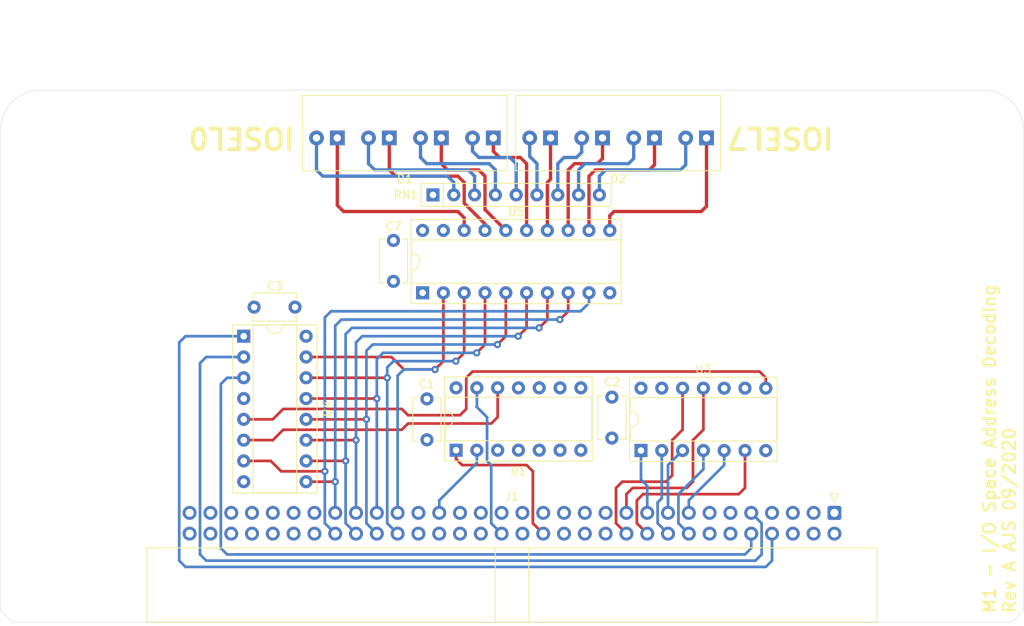
<source format=kicad_pcb>
(kicad_pcb (version 20171130) (host pcbnew 5.1.6-c6e7f7d~87~ubuntu18.04.1)
  (layers (0 F.Cu signal) (1 In1.Cu signal) (2 In2.Cu signal) (31 B.Cu signal) (36 B.SilkS user) (37 F.SilkS user) (38 B.Mask user) (39 F.Mask user) (44 Edge.Cuts user))
  (net 0 "")
  (net 1 +5V)
  (net 2 GND)
  (net 3 "Net-(D1-Pad1)")
  (net 4 "Net-(D1-Pad2)")
  (net 5 "Net-(D2-Pad1)")
  (net 6 "Net-(D2-Pad2)")
  (net 7 /A1)
  (net 8 /A3)
  (net 9 /A5)
  (net 10 /A7)
  (net 11 /A9)
  (net 12 /A11)
  (net 13 /A13)
  (net 14 /A15)
  (net 15 /nPCOE)
  (net 16 "Net-(J1-Pad31)")
  (net 17 "Net-(J1-Pad35)")
  (net 18 /A2)
  (net 19 /A4)
  (net 20 /A6)
  (net 21 /A8)
  (net 22 /A10)
  (net 23 /A12)
  (net 24 /A14)
  (net 25 "Net-(J1-Pad36)")
  (net 26 /nIOSEL7)
  (net 27 /A0)
  (net 28 "Net-(D1-Pad4)")
  (net 29 "Net-(D1-Pad3)")
  (net 30 "Net-(D1-Pad5)")
  (net 31 "Net-(D1-Pad6)")
  (net 32 "Net-(D1-Pad7)")
  (net 33 "Net-(D1-Pad8)")
  (net 34 "Net-(D2-Pad8)")
  (net 35 "Net-(D2-Pad7)")
  (net 36 "Net-(D2-Pad6)")
  (net 37 "Net-(D2-Pad5)")
  (net 38 "Net-(D2-Pad3)")
  (net 39 "Net-(D2-Pad4)")
  (net 40 /nADROE)
  (net 41 /nIOSEL1)
  (net 42 /nIOSEL3)
  (net 43 /nIOSEL5)
  (net 44 "Net-(J1-Pad55)")
  (net 45 "Net-(J1-Pad57)")
  (net 46 "Net-(J1-Pad59)")
  (net 47 "Net-(J1-Pad61)")
  (net 48 "Net-(J1-Pad32)")
  (net 49 "Net-(J1-Pad38)")
  (net 50 /nIOSEL0)
  (net 51 /nIOSEL2)
  (net 52 /nIOSEL4)
  (net 53 /nIOSEL6)
  (net 54 "Net-(J1-Pad56)")
  (net 55 "Net-(J1-Pad58)")
  (net 56 "Net-(J1-Pad60)")
  (net 57 "Net-(J1-Pad62)")
  (net 58 "Net-(U1-Pad6)")
  (net 59 /E1)
  (net 60 "Net-(U1-Pad8)")
  (net 61 /E2)
  (net 62 "Net-(J1-Pad40)")
  (net 63 /nMEN)
  (net 64 "Net-(J1-Pad29)")
  (net 65 "Net-(J1-Pad33)")
  (net 66 "Net-(J1-Pad37)")
  (module Package_DIP:DIP-16_W7.62mm_Socket (layer F.Cu) (at 119.761 113.919)
    (fp_text reference U4 (at 10.16 8.89 270) (layer F.SilkS))
    (fp_text value 74HC138)
    (fp_line (start 8.95 -1.39) (end -1.33 -1.39) (layer F.SilkS) (width 0.12))
    (fp_line (start 8.95 19.17) (end 8.95 -1.39) (layer F.SilkS) (width 0.12))
    (fp_line (start -1.33 19.17) (end 8.95 19.17) (layer F.SilkS) (width 0.12))
    (fp_line (start -1.33 -1.39) (end -1.33 19.17) (layer F.SilkS) (width 0.12))
    (fp_line (start 6.46 -1.33) (end 4.81 -1.33) (layer F.SilkS) (width 0.12))
    (fp_line (start 6.46 19.11) (end 6.46 -1.33) (layer F.SilkS) (width 0.12))
    (fp_line (start 1.16 19.11) (end 6.46 19.11) (layer F.SilkS) (width 0.12))
    (fp_line (start 1.16 -1.33) (end 1.16 19.11) (layer F.SilkS) (width 0.12))
    (fp_line (start 2.81 -1.33) (end 1.16 -1.33) (layer F.SilkS) (width 0.12))
    (fp_arc (start 3.81 -1.33) (end 2.81 -1.33) (angle -180) (layer F.SilkS) (width 0.12))
    (pad 1 thru_hole rect (at 0 0) (size 1.6 1.6) (drill 0.8) (layers *.Cu *.Mask) (net 9 /A5))
    (pad 9 thru_hole oval (at 7.62 17.78) (size 1.6 1.6) (drill 0.8) (layers *.Cu *.Mask) (net 53 /nIOSEL6))
    (pad 2 thru_hole oval (at 0 2.54) (size 1.6 1.6) (drill 0.8) (layers *.Cu *.Mask) (net 20 /A6))
    (pad 10 thru_hole oval (at 7.62 15.24) (size 1.6 1.6) (drill 0.8) (layers *.Cu *.Mask) (net 43 /nIOSEL5))
    (pad 3 thru_hole oval (at 0 5.08) (size 1.6 1.6) (drill 0.8) (layers *.Cu *.Mask) (net 10 /A7))
    (pad 11 thru_hole oval (at 7.62 12.7) (size 1.6 1.6) (drill 0.8) (layers *.Cu *.Mask) (net 52 /nIOSEL4))
    (pad 4 thru_hole oval (at 0 7.62) (size 1.6 1.6) (drill 0.8) (layers *.Cu *.Mask) (net 2 GND))
    (pad 12 thru_hole oval (at 7.62 10.16) (size 1.6 1.6) (drill 0.8) (layers *.Cu *.Mask) (net 42 /nIOSEL3))
    (pad 5 thru_hole oval (at 0 10.16) (size 1.6 1.6) (drill 0.8) (layers *.Cu *.Mask) (net 61 /E2))
    (pad 13 thru_hole oval (at 7.62 7.62) (size 1.6 1.6) (drill 0.8) (layers *.Cu *.Mask) (net 51 /nIOSEL2))
    (pad 6 thru_hole oval (at 0 12.7) (size 1.6 1.6) (drill 0.8) (layers *.Cu *.Mask) (net 59 /E1))
    (pad 14 thru_hole oval (at 7.62 5.08) (size 1.6 1.6) (drill 0.8) (layers *.Cu *.Mask) (net 41 /nIOSEL1))
    (pad 7 thru_hole oval (at 0 15.24) (size 1.6 1.6) (drill 0.8) (layers *.Cu *.Mask) (net 26 /nIOSEL7))
    (pad 15 thru_hole oval (at 7.62 2.54) (size 1.6 1.6) (drill 0.8) (layers *.Cu *.Mask) (net 50 /nIOSEL0))
    (pad 8 thru_hole oval (at 0 17.78) (size 1.6 1.6) (drill 0.8) (layers *.Cu *.Mask) (net 2 GND))
    (pad 16 thru_hole oval (at 7.62 0) (size 1.6 1.6) (drill 0.8) (layers *.Cu *.Mask) (net 1 +5V))
  )
  (module Resistor_THT:R_Array_SIP9 (layer F.Cu) (at 142.875 96.647)
    (fp_text reference RN1 (at -3.302 0) (layer F.SilkS))
    (fp_text value 470)
    (fp_line (start 1.27 -1.4) (end 1.27 1.4) (layer F.SilkS) (width 0.12))
    (fp_line (start 21.76 -1.4) (end -1.44 -1.4) (layer F.SilkS) (width 0.12))
    (fp_line (start 21.76 1.4) (end 21.76 -1.4) (layer F.SilkS) (width 0.12))
    (fp_line (start -1.44 1.4) (end 21.76 1.4) (layer F.SilkS) (width 0.12))
    (fp_line (start -1.44 -1.4) (end -1.44 1.4) (layer F.SilkS) (width 0.12))
    (pad 1 thru_hole rect (at 0 0) (size 1.6 1.6) (drill 0.8) (layers *.Cu *.Mask) (net 2 GND))
    (pad 2 thru_hole oval (at 2.54 0) (size 1.6 1.6) (drill 0.8) (layers *.Cu *.Mask) (net 33 "Net-(D1-Pad8)"))
    (pad 3 thru_hole oval (at 5.08 0) (size 1.6 1.6) (drill 0.8) (layers *.Cu *.Mask) (net 31 "Net-(D1-Pad6)"))
    (pad 4 thru_hole oval (at 7.62 0) (size 1.6 1.6) (drill 0.8) (layers *.Cu *.Mask) (net 28 "Net-(D1-Pad4)"))
    (pad 5 thru_hole oval (at 10.16 0) (size 1.6 1.6) (drill 0.8) (layers *.Cu *.Mask) (net 4 "Net-(D1-Pad2)"))
    (pad 6 thru_hole oval (at 12.7 0) (size 1.6 1.6) (drill 0.8) (layers *.Cu *.Mask) (net 34 "Net-(D2-Pad8)"))
    (pad 7 thru_hole oval (at 15.24 0) (size 1.6 1.6) (drill 0.8) (layers *.Cu *.Mask) (net 36 "Net-(D2-Pad6)"))
    (pad 8 thru_hole oval (at 17.78 0) (size 1.6 1.6) (drill 0.8) (layers *.Cu *.Mask) (net 39 "Net-(D2-Pad4)"))
    (pad 9 thru_hole oval (at 20.32 0) (size 1.6 1.6) (drill 0.8) (layers *.Cu *.Mask) (net 6 "Net-(D2-Pad2)"))
  )
  (module Capacitor_THT:C_Disc_D5.1mm_W3.2mm_P5.00mm (layer F.Cu) (at 138.049 107.215 90)
    (fp_text reference C7 (at 6.731 0 180) (layer F.SilkS))
    (fp_text value 100n)
    (fp_line (start -0.17 -1.721) (end 5.17 -1.721) (layer F.SilkS) (width 0.12))
    (fp_line (start -0.17 1.721) (end 5.17 1.721) (layer F.SilkS) (width 0.12))
    (fp_line (start -0.17 -1.721) (end -0.17 -1.055) (layer F.SilkS) (width 0.12))
    (fp_line (start -0.17 1.055) (end -0.17 1.721) (layer F.SilkS) (width 0.12))
    (fp_line (start 5.17 -1.721) (end 5.17 -1.055) (layer F.SilkS) (width 0.12))
    (fp_line (start 5.17 1.055) (end 5.17 1.721) (layer F.SilkS) (width 0.12))
    (pad 2 thru_hole circle (at 5 0 90) (size 1.6 1.6) (drill 0.8) (layers *.Cu *.Mask) (net 1 +5V))
    (pad 1 thru_hole circle (at 0 0 90) (size 1.6 1.6) (drill 0.8) (layers *.Cu *.Mask) (net 2 GND))
  )
  (module Connector_IDC:IDC-Header_2x32_P2.54mm_Horizontal (layer F.Cu) (at 191.897 135.509 270)
    (fp_text reference J1 (at -2.032 39.37 180) (layer F.SilkS))
    (fp_text value "Socket Hdr 0.1\"")
    (fp_line (start -2.35 0.5) (end -1.35 0) (layer F.SilkS) (width 0.12))
    (fp_line (start -2.35 -0.5) (end -2.35 0.5) (layer F.SilkS) (width 0.12))
    (fp_line (start -1.35 0) (end -2.35 -0.5) (layer F.SilkS) (width 0.12))
    (fp_line (start 4.27 83.95) (end 4.27 -5.21) (layer F.SilkS) (width 0.12))
    (fp_line (start 13.39 83.95) (end 4.27 83.95) (layer F.SilkS) (width 0.12))
    (fp_line (start 13.39 -5.21) (end 13.39 83.95) (layer F.SilkS) (width 0.12))
    (fp_line (start 4.27 -5.21) (end 13.39 -5.21) (layer F.SilkS) (width 0.12))
    (fp_line (start 4.27 41.42) (end 13.39 41.42) (layer F.SilkS) (width 0.12))
    (fp_line (start 4.27 37.32) (end 13.39 37.32) (layer F.SilkS) (width 0.12))
    (pad 1 thru_hole roundrect (at 0 0 270) (size 1.7 1.7) (drill 1) (layers *.Cu *.Mask) (roundrect_rratio 0.147059) (net 2 GND))
    (pad 3 thru_hole circle (at 0 2.54 270) (size 1.7 1.7) (drill 1) (layers *.Cu *.Mask) (net 27 /A0))
    (pad 5 thru_hole circle (at 0 5.08 270) (size 1.7 1.7) (drill 1) (layers *.Cu *.Mask) (net 18 /A2))
    (pad 7 thru_hole circle (at 0 7.62 270) (size 1.7 1.7) (drill 1) (layers *.Cu *.Mask) (net 19 /A4))
    (pad 9 thru_hole circle (at 0 10.16 270) (size 1.7 1.7) (drill 1) (layers *.Cu *.Mask) (net 20 /A6))
    (pad 11 thru_hole circle (at 0 12.7 270) (size 1.7 1.7) (drill 1) (layers *.Cu *.Mask) (net 2 GND))
    (pad 13 thru_hole circle (at 0 15.24 270) (size 1.7 1.7) (drill 1) (layers *.Cu *.Mask) (net 2 GND))
    (pad 15 thru_hole circle (at 0 17.78 270) (size 1.7 1.7) (drill 1) (layers *.Cu *.Mask) (net 21 /A8))
    (pad 17 thru_hole circle (at 0 20.32 270) (size 1.7 1.7) (drill 1) (layers *.Cu *.Mask) (net 22 /A10))
    (pad 19 thru_hole circle (at 0 22.86 270) (size 1.7 1.7) (drill 1) (layers *.Cu *.Mask) (net 23 /A12))
    (pad 21 thru_hole circle (at 0 25.4 270) (size 1.7 1.7) (drill 1) (layers *.Cu *.Mask) (net 24 /A14))
    (pad 23 thru_hole circle (at 0 27.94 270) (size 1.7 1.7) (drill 1) (layers *.Cu *.Mask) (net 2 GND))
    (pad 25 thru_hole circle (at 0 30.48 270) (size 1.7 1.7) (drill 1) (layers *.Cu *.Mask) (net 1 +5V))
    (pad 27 thru_hole circle (at 0 33.02 270) (size 1.7 1.7) (drill 1) (layers *.Cu *.Mask) (net 2 GND))
    (pad 29 thru_hole circle (at 0 35.56 270) (size 1.7 1.7) (drill 1) (layers *.Cu *.Mask) (net 64 "Net-(J1-Pad29)"))
    (pad 31 thru_hole circle (at 0 38.1 270) (size 1.7 1.7) (drill 1) (layers *.Cu *.Mask) (net 16 "Net-(J1-Pad31)"))
    (pad 33 thru_hole circle (at 0 40.64 270) (size 1.7 1.7) (drill 1) (layers *.Cu *.Mask) (net 65 "Net-(J1-Pad33)"))
    (pad 35 thru_hole circle (at 0 43.18 270) (size 1.7 1.7) (drill 1) (layers *.Cu *.Mask) (net 17 "Net-(J1-Pad35)"))
    (pad 37 thru_hole circle (at 0 45.72 270) (size 1.7 1.7) (drill 1) (layers *.Cu *.Mask) (net 66 "Net-(J1-Pad37)"))
    (pad 39 thru_hole circle (at 0 48.26 270) (size 1.7 1.7) (drill 1) (layers *.Cu *.Mask) (net 63 /nMEN))
    (pad 41 thru_hole circle (at 0 50.8 270) (size 1.7 1.7) (drill 1) (layers *.Cu *.Mask) (net 2 GND))
    (pad 43 thru_hole circle (at 0 53.34 270) (size 1.7 1.7) (drill 1) (layers *.Cu *.Mask) (net 50 /nIOSEL0))
    (pad 45 thru_hole circle (at 0 55.88 270) (size 1.7 1.7) (drill 1) (layers *.Cu *.Mask) (net 51 /nIOSEL2))
    (pad 47 thru_hole circle (at 0 58.42 270) (size 1.7 1.7) (drill 1) (layers *.Cu *.Mask) (net 52 /nIOSEL4))
    (pad 49 thru_hole circle (at 0 60.96 270) (size 1.7 1.7) (drill 1) (layers *.Cu *.Mask) (net 53 /nIOSEL6))
    (pad 51 thru_hole circle (at 0 63.5 270) (size 1.7 1.7) (drill 1) (layers *.Cu *.Mask) (net 2 GND))
    (pad 53 thru_hole circle (at 0 66.04 270) (size 1.7 1.7) (drill 1) (layers *.Cu *.Mask) (net 2 GND))
    (pad 55 thru_hole circle (at 0 68.58 270) (size 1.7 1.7) (drill 1) (layers *.Cu *.Mask) (net 44 "Net-(J1-Pad55)"))
    (pad 57 thru_hole circle (at 0 71.12 270) (size 1.7 1.7) (drill 1) (layers *.Cu *.Mask) (net 45 "Net-(J1-Pad57)"))
    (pad 59 thru_hole circle (at 0 73.66 270) (size 1.7 1.7) (drill 1) (layers *.Cu *.Mask) (net 46 "Net-(J1-Pad59)"))
    (pad 61 thru_hole circle (at 0 76.2 270) (size 1.7 1.7) (drill 1) (layers *.Cu *.Mask) (net 47 "Net-(J1-Pad61)"))
    (pad 63 thru_hole circle (at 0 78.74 270) (size 1.7 1.7) (drill 1) (layers *.Cu *.Mask) (net 2 GND))
    (pad 2 thru_hole circle (at 2.54 0 270) (size 1.7 1.7) (drill 1) (layers *.Cu *.Mask) (net 2 GND))
    (pad 4 thru_hole circle (at 2.54 2.54 270) (size 1.7 1.7) (drill 1) (layers *.Cu *.Mask) (net 7 /A1))
    (pad 6 thru_hole circle (at 2.54 5.08 270) (size 1.7 1.7) (drill 1) (layers *.Cu *.Mask) (net 8 /A3))
    (pad 8 thru_hole circle (at 2.54 7.62 270) (size 1.7 1.7) (drill 1) (layers *.Cu *.Mask) (net 9 /A5))
    (pad 10 thru_hole circle (at 2.54 10.16 270) (size 1.7 1.7) (drill 1) (layers *.Cu *.Mask) (net 10 /A7))
    (pad 12 thru_hole circle (at 2.54 12.7 270) (size 1.7 1.7) (drill 1) (layers *.Cu *.Mask) (net 2 GND))
    (pad 14 thru_hole circle (at 2.54 15.24 270) (size 1.7 1.7) (drill 1) (layers *.Cu *.Mask) (net 2 GND))
    (pad 16 thru_hole circle (at 2.54 17.78 270) (size 1.7 1.7) (drill 1) (layers *.Cu *.Mask) (net 11 /A9))
    (pad 18 thru_hole circle (at 2.54 20.32 270) (size 1.7 1.7) (drill 1) (layers *.Cu *.Mask) (net 12 /A11))
    (pad 20 thru_hole circle (at 2.54 22.86 270) (size 1.7 1.7) (drill 1) (layers *.Cu *.Mask) (net 13 /A13))
    (pad 22 thru_hole circle (at 2.54 25.4 270) (size 1.7 1.7) (drill 1) (layers *.Cu *.Mask) (net 14 /A15))
    (pad 24 thru_hole circle (at 2.54 27.94 270) (size 1.7 1.7) (drill 1) (layers *.Cu *.Mask) (net 2 GND))
    (pad 26 thru_hole circle (at 2.54 30.48 270) (size 1.7 1.7) (drill 1) (layers *.Cu *.Mask) (net 1 +5V))
    (pad 28 thru_hole circle (at 2.54 33.02 270) (size 1.7 1.7) (drill 1) (layers *.Cu *.Mask) (net 2 GND))
    (pad 30 thru_hole circle (at 2.54 35.56 270) (size 1.7 1.7) (drill 1) (layers *.Cu *.Mask) (net 15 /nPCOE))
    (pad 32 thru_hole circle (at 2.54 38.1 270) (size 1.7 1.7) (drill 1) (layers *.Cu *.Mask) (net 48 "Net-(J1-Pad32)"))
    (pad 34 thru_hole circle (at 2.54 40.64 270) (size 1.7 1.7) (drill 1) (layers *.Cu *.Mask) (net 40 /nADROE))
    (pad 36 thru_hole circle (at 2.54 43.18 270) (size 1.7 1.7) (drill 1) (layers *.Cu *.Mask) (net 25 "Net-(J1-Pad36)"))
    (pad 38 thru_hole circle (at 2.54 45.72 270) (size 1.7 1.7) (drill 1) (layers *.Cu *.Mask) (net 49 "Net-(J1-Pad38)"))
    (pad 40 thru_hole circle (at 2.54 48.26 270) (size 1.7 1.7) (drill 1) (layers *.Cu *.Mask) (net 62 "Net-(J1-Pad40)"))
    (pad 42 thru_hole circle (at 2.54 50.8 270) (size 1.7 1.7) (drill 1) (layers *.Cu *.Mask) (net 2 GND))
    (pad 44 thru_hole circle (at 2.54 53.34 270) (size 1.7 1.7) (drill 1) (layers *.Cu *.Mask) (net 41 /nIOSEL1))
    (pad 46 thru_hole circle (at 2.54 55.88 270) (size 1.7 1.7) (drill 1) (layers *.Cu *.Mask) (net 42 /nIOSEL3))
    (pad 48 thru_hole circle (at 2.54 58.42 270) (size 1.7 1.7) (drill 1) (layers *.Cu *.Mask) (net 43 /nIOSEL5))
    (pad 50 thru_hole circle (at 2.54 60.96 270) (size 1.7 1.7) (drill 1) (layers *.Cu *.Mask) (net 26 /nIOSEL7))
    (pad 52 thru_hole circle (at 2.54 63.5 270) (size 1.7 1.7) (drill 1) (layers *.Cu *.Mask) (net 2 GND))
    (pad 54 thru_hole circle (at 2.54 66.04 270) (size 1.7 1.7) (drill 1) (layers *.Cu *.Mask) (net 2 GND))
    (pad 56 thru_hole circle (at 2.54 68.58 270) (size 1.7 1.7) (drill 1) (layers *.Cu *.Mask) (net 54 "Net-(J1-Pad56)"))
    (pad 58 thru_hole circle (at 2.54 71.12 270) (size 1.7 1.7) (drill 1) (layers *.Cu *.Mask) (net 55 "Net-(J1-Pad58)"))
    (pad 60 thru_hole circle (at 2.54 73.66 270) (size 1.7 1.7) (drill 1) (layers *.Cu *.Mask) (net 56 "Net-(J1-Pad60)"))
    (pad 62 thru_hole circle (at 2.54 76.2 270) (size 1.7 1.7) (drill 1) (layers *.Cu *.Mask) (net 57 "Net-(J1-Pad62)"))
    (pad 64 thru_hole circle (at 2.54 78.74 270) (size 1.7 1.7) (drill 1) (layers *.Cu *.Mask) (net 2 GND))
  )
  (module MSeries:5502407004F (layer F.Cu) (at 139.446 93.245)
    (fp_text reference D1 (at 0 1.444) (layer F.SilkS))
    (fp_text value 5502407004F)
    (fp_line (start -12.5 -8.756) (end -12.5 0.444) (layer F.SilkS) (width 0.12))
    (fp_line (start -12.5 0.444) (end 12.5 0.444) (layer F.SilkS) (width 0.12))
    (fp_line (start 12.5 0.444) (end 12.5 -8.756) (layer F.SilkS) (width 0.12))
    (fp_line (start 12.5 -8.756) (end -12.5 -8.756) (layer F.SilkS) (width 0.12))
    (pad 4 thru_hole circle (at 1.905 -3.556 180) (size 1.8 1.8) (drill 0.9) (layers *.Cu *.Mask) (net 28 "Net-(D1-Pad4)"))
    (pad 3 thru_hole rect (at 4.445 -3.556 180) (size 1.8 1.8) (drill 0.9) (layers *.Cu *.Mask) (net 29 "Net-(D1-Pad3)"))
    (pad 5 thru_hole rect (at -1.905 -3.556 180) (size 1.8 1.8) (drill 0.9) (layers *.Cu *.Mask) (net 30 "Net-(D1-Pad5)"))
    (pad 6 thru_hole circle (at -4.445 -3.556 180) (size 1.8 1.8) (drill 0.9) (layers *.Cu *.Mask) (net 31 "Net-(D1-Pad6)"))
    (pad 1 thru_hole rect (at 10.795 -3.556 180) (size 1.8 1.8) (drill 0.9) (layers *.Cu *.Mask) (net 3 "Net-(D1-Pad1)"))
    (pad 2 thru_hole circle (at 8.255 -3.556 180) (size 1.8 1.8) (drill 0.9) (layers *.Cu *.Mask) (net 4 "Net-(D1-Pad2)"))
    (pad 7 thru_hole rect (at -8.255 -3.556 180) (size 1.8 1.8) (drill 0.9) (layers *.Cu *.Mask) (net 32 "Net-(D1-Pad7)"))
    (pad 8 thru_hole circle (at -10.795 -3.556 180) (size 1.8 1.8) (drill 0.9) (layers *.Cu *.Mask) (net 33 "Net-(D1-Pad8)"))
  )
  (module MSeries:5502407004F (layer F.Cu) (at 165.481 93.245)
    (fp_text reference D2 (at 0 1.444) (layer F.SilkS))
    (fp_text value 5502407004F)
    (fp_line (start 12.5 -8.756) (end -12.5 -8.756) (layer F.SilkS) (width 0.12))
    (fp_line (start 12.5 0.444) (end 12.5 -8.756) (layer F.SilkS) (width 0.12))
    (fp_line (start -12.5 0.444) (end 12.5 0.444) (layer F.SilkS) (width 0.12))
    (fp_line (start -12.5 -8.756) (end -12.5 0.444) (layer F.SilkS) (width 0.12))
    (pad 8 thru_hole circle (at -10.795 -3.556 180) (size 1.8 1.8) (drill 0.9) (layers *.Cu *.Mask) (net 34 "Net-(D2-Pad8)"))
    (pad 7 thru_hole rect (at -8.255 -3.556 180) (size 1.8 1.8) (drill 0.9) (layers *.Cu *.Mask) (net 35 "Net-(D2-Pad7)"))
    (pad 2 thru_hole circle (at 8.255 -3.556 180) (size 1.8 1.8) (drill 0.9) (layers *.Cu *.Mask) (net 6 "Net-(D2-Pad2)"))
    (pad 1 thru_hole rect (at 10.795 -3.556 180) (size 1.8 1.8) (drill 0.9) (layers *.Cu *.Mask) (net 5 "Net-(D2-Pad1)"))
    (pad 6 thru_hole circle (at -4.445 -3.556 180) (size 1.8 1.8) (drill 0.9) (layers *.Cu *.Mask) (net 36 "Net-(D2-Pad6)"))
    (pad 5 thru_hole rect (at -1.905 -3.556 180) (size 1.8 1.8) (drill 0.9) (layers *.Cu *.Mask) (net 37 "Net-(D2-Pad5)"))
    (pad 3 thru_hole rect (at 4.445 -3.556 180) (size 1.8 1.8) (drill 0.9) (layers *.Cu *.Mask) (net 38 "Net-(D2-Pad3)"))
    (pad 4 thru_hole circle (at 1.905 -3.556 180) (size 1.8 1.8) (drill 0.9) (layers *.Cu *.Mask) (net 39 "Net-(D2-Pad4)"))
  )
  (module Capacitor_THT:C_Disc_D5.1mm_W3.2mm_P5.00mm (layer F.Cu) (at 142.136 126.58 90)
    (fp_text reference C1 (at 6.819 -0.023 180) (layer F.SilkS))
    (fp_text value 100n)
    (fp_line (start 5.17 1.055) (end 5.17 1.721) (layer F.SilkS) (width 0.12))
    (fp_line (start 5.17 -1.721) (end 5.17 -1.055) (layer F.SilkS) (width 0.12))
    (fp_line (start -0.17 1.055) (end -0.17 1.721) (layer F.SilkS) (width 0.12))
    (fp_line (start -0.17 -1.721) (end -0.17 -1.055) (layer F.SilkS) (width 0.12))
    (fp_line (start -0.17 1.721) (end 5.17 1.721) (layer F.SilkS) (width 0.12))
    (fp_line (start -0.17 -1.721) (end 5.17 -1.721) (layer F.SilkS) (width 0.12))
    (pad 1 thru_hole circle (at 0 0 90) (size 1.6 1.6) (drill 0.8) (layers *.Cu *.Mask) (net 2 GND))
    (pad 2 thru_hole circle (at 5 0 90) (size 1.6 1.6) (drill 0.8) (layers *.Cu *.Mask) (net 1 +5V))
  )
  (module Capacitor_THT:C_Disc_D5.1mm_W3.2mm_P5.00mm (layer F.Cu) (at 164.719 126.365 90)
    (fp_text reference C2 (at 6.858 0 180) (layer F.SilkS))
    (fp_text value 100n)
    (fp_line (start 5.17 1.055) (end 5.17 1.721) (layer F.SilkS) (width 0.12))
    (fp_line (start 5.17 -1.721) (end 5.17 -1.055) (layer F.SilkS) (width 0.12))
    (fp_line (start -0.17 1.055) (end -0.17 1.721) (layer F.SilkS) (width 0.12))
    (fp_line (start -0.17 -1.721) (end -0.17 -1.055) (layer F.SilkS) (width 0.12))
    (fp_line (start -0.17 1.721) (end 5.17 1.721) (layer F.SilkS) (width 0.12))
    (fp_line (start -0.17 -1.721) (end 5.17 -1.721) (layer F.SilkS) (width 0.12))
    (pad 1 thru_hole circle (at 0 0 90) (size 1.6 1.6) (drill 0.8) (layers *.Cu *.Mask) (net 2 GND))
    (pad 2 thru_hole circle (at 5 0 90) (size 1.6 1.6) (drill 0.8) (layers *.Cu *.Mask) (net 1 +5V))
  )
  (module Capacitor_THT:C_Disc_D5.1mm_W3.2mm_P5.00mm (layer F.Cu) (at 121.031 110.363)
    (fp_text reference C3 (at 2.54 -2.54) (layer F.SilkS))
    (fp_text value 100n)
    (fp_line (start -0.17 -1.721) (end 5.17 -1.721) (layer F.SilkS) (width 0.12))
    (fp_line (start -0.17 1.721) (end 5.17 1.721) (layer F.SilkS) (width 0.12))
    (fp_line (start -0.17 -1.721) (end -0.17 -1.055) (layer F.SilkS) (width 0.12))
    (fp_line (start -0.17 1.055) (end -0.17 1.721) (layer F.SilkS) (width 0.12))
    (fp_line (start 5.17 -1.721) (end 5.17 -1.055) (layer F.SilkS) (width 0.12))
    (fp_line (start 5.17 1.055) (end 5.17 1.721) (layer F.SilkS) (width 0.12))
    (pad 2 thru_hole circle (at 5 0) (size 1.6 1.6) (drill 0.8) (layers *.Cu *.Mask) (net 1 +5V))
    (pad 1 thru_hole circle (at 0 0) (size 1.6 1.6) (drill 0.8) (layers *.Cu *.Mask) (net 2 GND))
  )
  (module Package_DIP:DIP-14_W7.62mm_Socket (layer F.Cu) (at 168.275 127.889 90)
    (fp_text reference U3 (at 9.906 7.62 180) (layer F.SilkS))
    (fp_text value 74HC30)
    (fp_line (start 8.95 -1.39) (end -1.33 -1.39) (layer F.SilkS) (width 0.12))
    (fp_line (start 8.95 16.63) (end 8.95 -1.39) (layer F.SilkS) (width 0.12))
    (fp_line (start -1.33 16.63) (end 8.95 16.63) (layer F.SilkS) (width 0.12))
    (fp_line (start -1.33 -1.39) (end -1.33 16.63) (layer F.SilkS) (width 0.12))
    (fp_line (start 6.46 -1.33) (end 4.81 -1.33) (layer F.SilkS) (width 0.12))
    (fp_line (start 6.46 16.57) (end 6.46 -1.33) (layer F.SilkS) (width 0.12))
    (fp_line (start 1.16 16.57) (end 6.46 16.57) (layer F.SilkS) (width 0.12))
    (fp_line (start 1.16 -1.33) (end 1.16 16.57) (layer F.SilkS) (width 0.12))
    (fp_line (start 2.81 -1.33) (end 1.16 -1.33) (layer F.SilkS) (width 0.12))
    (fp_arc (start 3.81 -1.33) (end 2.81 -1.33) (angle -180) (layer F.SilkS) (width 0.12))
    (pad 1 thru_hole rect (at 0 0 90) (size 1.6 1.6) (drill 0.8) (layers *.Cu *.Mask) (net 23 /A12))
    (pad 8 thru_hole oval (at 7.62 15.24 90) (size 1.6 1.6) (drill 0.8) (layers *.Cu *.Mask) (net 61 /E2))
    (pad 2 thru_hole oval (at 0 2.54 90) (size 1.6 1.6) (drill 0.8) (layers *.Cu *.Mask) (net 12 /A11))
    (pad 9 thru_hole oval (at 7.62 12.7 90) (size 1.6 1.6) (drill 0.8) (layers *.Cu *.Mask))
    (pad 3 thru_hole oval (at 0 5.08 90) (size 1.6 1.6) (drill 0.8) (layers *.Cu *.Mask) (net 22 /A10))
    (pad 10 thru_hole oval (at 7.62 10.16 90) (size 1.6 1.6) (drill 0.8) (layers *.Cu *.Mask))
    (pad 4 thru_hole oval (at 0 7.62 90) (size 1.6 1.6) (drill 0.8) (layers *.Cu *.Mask) (net 11 /A9))
    (pad 11 thru_hole oval (at 7.62 7.62 90) (size 1.6 1.6) (drill 0.8) (layers *.Cu *.Mask) (net 24 /A14))
    (pad 5 thru_hole oval (at 0 10.16 90) (size 1.6 1.6) (drill 0.8) (layers *.Cu *.Mask) (net 21 /A8))
    (pad 12 thru_hole oval (at 7.62 5.08 90) (size 1.6 1.6) (drill 0.8) (layers *.Cu *.Mask) (net 14 /A15))
    (pad 6 thru_hole oval (at 0 12.7 90) (size 1.6 1.6) (drill 0.8) (layers *.Cu *.Mask) (net 13 /A13))
    (pad 13 thru_hole oval (at 7.62 2.54 90) (size 1.6 1.6) (drill 0.8) (layers *.Cu *.Mask))
    (pad 7 thru_hole oval (at 0 15.24 90) (size 1.6 1.6) (drill 0.8) (layers *.Cu *.Mask) (net 2 GND))
    (pad 14 thru_hole oval (at 7.62 0 90) (size 1.6 1.6) (drill 0.8) (layers *.Cu *.Mask) (net 1 +5V))
  )
  (module Package_DIP:DIP-20_W7.62mm_Socket (layer F.Cu) (at 141.605 108.612 90)
    (fp_text reference U5 (at 9.906 11.43 180) (layer F.SilkS))
    (fp_text value 74HC540)
    (fp_line (start 8.95 -1.39) (end -1.33 -1.39) (layer F.SilkS) (width 0.12))
    (fp_line (start 8.95 24.25) (end 8.95 -1.39) (layer F.SilkS) (width 0.12))
    (fp_line (start -1.33 24.25) (end 8.95 24.25) (layer F.SilkS) (width 0.12))
    (fp_line (start -1.33 -1.39) (end -1.33 24.25) (layer F.SilkS) (width 0.12))
    (fp_line (start 6.46 -1.33) (end 4.81 -1.33) (layer F.SilkS) (width 0.12))
    (fp_line (start 6.46 24.19) (end 6.46 -1.33) (layer F.SilkS) (width 0.12))
    (fp_line (start 1.16 24.19) (end 6.46 24.19) (layer F.SilkS) (width 0.12))
    (fp_line (start 1.16 -1.33) (end 1.16 24.19) (layer F.SilkS) (width 0.12))
    (fp_line (start 2.81 -1.33) (end 1.16 -1.33) (layer F.SilkS) (width 0.12))
    (fp_arc (start 3.81 -1.33) (end 2.81 -1.33) (angle -180) (layer F.SilkS) (width 0.12))
    (pad 1 thru_hole rect (at 0 0 90) (size 1.6 1.6) (drill 0.8) (layers *.Cu *.Mask) (net 2 GND))
    (pad 11 thru_hole oval (at 7.62 22.86 90) (size 1.6 1.6) (drill 0.8) (layers *.Cu *.Mask) (net 5 "Net-(D2-Pad1)"))
    (pad 2 thru_hole oval (at 0 2.54 90) (size 1.6 1.6) (drill 0.8) (layers *.Cu *.Mask) (net 50 /nIOSEL0))
    (pad 12 thru_hole oval (at 7.62 20.32 90) (size 1.6 1.6) (drill 0.8) (layers *.Cu *.Mask) (net 38 "Net-(D2-Pad3)"))
    (pad 3 thru_hole oval (at 0 5.08 90) (size 1.6 1.6) (drill 0.8) (layers *.Cu *.Mask) (net 41 /nIOSEL1))
    (pad 13 thru_hole oval (at 7.62 17.78 90) (size 1.6 1.6) (drill 0.8) (layers *.Cu *.Mask) (net 37 "Net-(D2-Pad5)"))
    (pad 4 thru_hole oval (at 0 7.62 90) (size 1.6 1.6) (drill 0.8) (layers *.Cu *.Mask) (net 51 /nIOSEL2))
    (pad 14 thru_hole oval (at 7.62 15.24 90) (size 1.6 1.6) (drill 0.8) (layers *.Cu *.Mask) (net 35 "Net-(D2-Pad7)"))
    (pad 5 thru_hole oval (at 0 10.16 90) (size 1.6 1.6) (drill 0.8) (layers *.Cu *.Mask) (net 42 /nIOSEL3))
    (pad 15 thru_hole oval (at 7.62 12.7 90) (size 1.6 1.6) (drill 0.8) (layers *.Cu *.Mask) (net 3 "Net-(D1-Pad1)"))
    (pad 6 thru_hole oval (at 0 12.7 90) (size 1.6 1.6) (drill 0.8) (layers *.Cu *.Mask) (net 52 /nIOSEL4))
    (pad 16 thru_hole oval (at 7.62 10.16 90) (size 1.6 1.6) (drill 0.8) (layers *.Cu *.Mask) (net 29 "Net-(D1-Pad3)"))
    (pad 7 thru_hole oval (at 0 15.24 90) (size 1.6 1.6) (drill 0.8) (layers *.Cu *.Mask) (net 43 /nIOSEL5))
    (pad 17 thru_hole oval (at 7.62 7.62 90) (size 1.6 1.6) (drill 0.8) (layers *.Cu *.Mask) (net 30 "Net-(D1-Pad5)"))
    (pad 8 thru_hole oval (at 0 17.78 90) (size 1.6 1.6) (drill 0.8) (layers *.Cu *.Mask) (net 53 /nIOSEL6))
    (pad 18 thru_hole oval (at 7.62 5.08 90) (size 1.6 1.6) (drill 0.8) (layers *.Cu *.Mask) (net 32 "Net-(D1-Pad7)"))
    (pad 9 thru_hole oval (at 0 20.32 90) (size 1.6 1.6) (drill 0.8) (layers *.Cu *.Mask) (net 26 /nIOSEL7))
    (pad 19 thru_hole oval (at 7.62 2.54 90) (size 1.6 1.6) (drill 0.8) (layers *.Cu *.Mask) (net 2 GND))
    (pad 10 thru_hole oval (at 0 22.86 90) (size 1.6 1.6) (drill 0.8) (layers *.Cu *.Mask) (net 2 GND))
    (pad 20 thru_hole oval (at 7.62 0 90) (size 1.6 1.6) (drill 0.8) (layers *.Cu *.Mask) (net 1 +5V))
  )
  (module Package_DIP:DIP-14_W7.62mm_Socket (layer F.Cu) (at 145.692 127.85 90)
    (fp_text reference U1 (at -2.54 7.62) (layer F.SilkS))
    (fp_text value 74HC10)
    (fp_line (start 2.81 -1.33) (end 1.16 -1.33) (layer F.SilkS) (width 0.12))
    (fp_line (start 1.16 -1.33) (end 1.16 16.57) (layer F.SilkS) (width 0.12))
    (fp_line (start 1.16 16.57) (end 6.46 16.57) (layer F.SilkS) (width 0.12))
    (fp_line (start 6.46 16.57) (end 6.46 -1.33) (layer F.SilkS) (width 0.12))
    (fp_line (start 6.46 -1.33) (end 4.81 -1.33) (layer F.SilkS) (width 0.12))
    (fp_line (start -1.33 -1.39) (end -1.33 16.63) (layer F.SilkS) (width 0.12))
    (fp_line (start -1.33 16.63) (end 8.95 16.63) (layer F.SilkS) (width 0.12))
    (fp_line (start 8.95 16.63) (end 8.95 -1.39) (layer F.SilkS) (width 0.12))
    (fp_line (start 8.95 -1.39) (end -1.33 -1.39) (layer F.SilkS) (width 0.12))
    (fp_arc (start 3.81 -1.33) (end 2.81 -1.33) (angle -180) (layer F.SilkS) (width 0.12))
    (pad 1 thru_hole rect (at 0 0 90) (size 1.6 1.6) (drill 0.8) (layers *.Cu *.Mask) (net 15 /nPCOE))
    (pad 8 thru_hole oval (at 7.62 15.24 90) (size 1.6 1.6) (drill 0.8) (layers *.Cu *.Mask) (net 60 "Net-(U1-Pad8)"))
    (pad 2 thru_hole oval (at 0 2.54 90) (size 1.6 1.6) (drill 0.8) (layers *.Cu *.Mask) (net 63 /nMEN))
    (pad 9 thru_hole oval (at 7.62 12.7 90) (size 1.6 1.6) (drill 0.8) (layers *.Cu *.Mask) (net 2 GND))
    (pad 3 thru_hole oval (at 0 5.08 90) (size 1.6 1.6) (drill 0.8) (layers *.Cu *.Mask) (net 2 GND))
    (pad 10 thru_hole oval (at 7.62 10.16 90) (size 1.6 1.6) (drill 0.8) (layers *.Cu *.Mask) (net 2 GND))
    (pad 4 thru_hole oval (at 0 7.62 90) (size 1.6 1.6) (drill 0.8) (layers *.Cu *.Mask) (net 2 GND))
    (pad 11 thru_hole oval (at 7.62 7.62 90) (size 1.6 1.6) (drill 0.8) (layers *.Cu *.Mask) (net 2 GND))
    (pad 5 thru_hole oval (at 0 10.16 90) (size 1.6 1.6) (drill 0.8) (layers *.Cu *.Mask) (net 2 GND))
    (pad 12 thru_hole oval (at 7.62 5.08 90) (size 1.6 1.6) (drill 0.8) (layers *.Cu *.Mask) (net 59 /E1))
    (pad 6 thru_hole oval (at 0 12.7 90) (size 1.6 1.6) (drill 0.8) (layers *.Cu *.Mask) (net 58 "Net-(U1-Pad6)"))
    (pad 13 thru_hole oval (at 7.62 2.54 90) (size 1.6 1.6) (drill 0.8) (layers *.Cu *.Mask) (net 40 /nADROE))
    (pad 7 thru_hole oval (at 0 15.24 90) (size 1.6 1.6) (drill 0.8) (layers *.Cu *.Mask) (net 2 GND))
    (pad 14 thru_hole oval (at 7.62 0 90) (size 1.6 1.6) (drill 0.8) (layers *.Cu *.Mask) (net 1 +5V))
  )
  (gr_line (start 90.027 88.844) (end 90.027 147.343999) (layer Edge.Cuts) (width 0.05))
  (gr_line (start 215.027 88.844) (end 215.027 147.343999) (layer Edge.Cuts) (width 0.05))
  (gr_line (start 215.027 147.344) (end 213.527 148.844) (layer Edge.Cuts) (width 0.05))
  (gr_line (start 213.527 148.844) (end 91.527 148.844) (layer Edge.Cuts) (width 0.05))
  (gr_line (start 210.027 83.844) (end 95.027 83.844) (layer Edge.Cuts) (width 0.05))
  (gr_line (start 90.027 147.344) (end 91.527 148.844) (layer Edge.Cuts) (width 0.05))
  (gr_text "M1 - I/O Space Address Decoding\nRev A AJS 09/2020" (at 212.027 147.955 90) (layer F.SilkS) (effects (font (size 1.5 1.5) (thickness 0.3)) (justify left)))
  (gr_text IOSEL0 (at 119.507 89.689 180) (layer F.SilkS) (effects (font (size 2.5 2.5) (thickness 0.5))))
  (gr_text IOSEL7 (at 185.293 89.689 180) (layer F.SilkS) (effects (font (size 2.5 2.5) (thickness 0.5))))
  (gr_arc (start 95.027 88.844) (end 95.027 83.844) (angle -90) (layer Edge.Cuts) (width 0.05))
  (gr_arc (start 210.027 88.844) (end 215.027 88.844) (angle -90) (layer Edge.Cuts) (width 0.05))
  (segment (start 150.241 89.689) (end 150.241 91.313) (width 0.4064) (layer F.Cu) (net 3))
  (segment (start 150.241 91.313) (end 151.003 92.075) (width 0.4064) (layer F.Cu) (net 3))
  (segment (start 151.003 92.075) (end 153.543 92.075) (width 0.4064) (layer F.Cu) (net 3))
  (segment (start 153.543 92.075) (end 154.305 92.837) (width 0.4064) (layer F.Cu) (net 3))
  (segment (start 154.305 92.837) (end 154.305 100.992) (width 0.4064) (layer F.Cu) (net 3))
  (segment (start 147.701 89.689) (end 147.701 91.313) (width 0.4064) (layer B.Cu) (net 4))
  (segment (start 147.701 91.313) (end 148.463 92.075) (width 0.4064) (layer B.Cu) (net 4))
  (segment (start 148.463 92.075) (end 152.273 92.075) (width 0.4064) (layer B.Cu) (net 4))
  (segment (start 152.273 92.075) (end 153.035 92.837) (width 0.4064) (layer B.Cu) (net 4))
  (segment (start 153.035 92.837) (end 153.035 96.647) (width 0.4064) (layer B.Cu) (net 4))
  (segment (start 164.465 99.187) (end 164.465 100.992) (width 0.4064) (layer F.Cu) (net 5))
  (segment (start 164.973 98.679) (end 164.465 99.187) (width 0.4064) (layer F.Cu) (net 5))
  (segment (start 175.641 98.679) (end 164.973 98.679) (width 0.4064) (layer F.Cu) (net 5))
  (segment (start 176.276 98.044) (end 175.641 98.679) (width 0.4064) (layer F.Cu) (net 5))
  (segment (start 176.276 89.689) (end 176.276 98.044) (width 0.4064) (layer F.Cu) (net 5))
  (segment (start 173.736 89.689) (end 173.736 92.964) (width 0.4064) (layer B.Cu) (net 6))
  (segment (start 173.736 92.964) (end 173.101 93.599) (width 0.4064) (layer B.Cu) (net 6))
  (segment (start 173.101 93.599) (end 163.957 93.599) (width 0.4064) (layer B.Cu) (net 6))
  (segment (start 163.195 94.361) (end 163.195 96.647) (width 0.4064) (layer B.Cu) (net 6))
  (segment (start 163.957 93.599) (end 163.195 94.361) (width 0.4064) (layer B.Cu) (net 6))
  (segment (start 184.277 138.049) (end 184.277 141.351) (width 0.3302) (layer B.Cu) (net 9))
  (segment (start 184.277 141.351) (end 183.515 142.113) (width 0.3302) (layer B.Cu) (net 9))
  (segment (start 183.515 142.113) (end 112.649 142.113) (width 0.3302) (layer B.Cu) (net 9))
  (segment (start 112.649 142.113) (end 111.887 141.351) (width 0.3302) (layer B.Cu) (net 9))
  (segment (start 111.887 141.351) (end 111.887 114.681) (width 0.3302) (layer B.Cu) (net 9))
  (segment (start 111.887 114.681) (end 112.649 113.919) (width 0.3302) (layer B.Cu) (net 9))
  (segment (start 112.649 113.919) (end 119.761 113.919) (width 0.3302) (layer B.Cu) (net 9))
  (segment (start 181.737 138.049) (end 181.737 139.827) (width 0.3302) (layer B.Cu) (net 10))
  (segment (start 181.737 139.827) (end 180.975 140.589) (width 0.3302) (layer B.Cu) (net 10))
  (segment (start 180.975 140.589) (end 117.729 140.589) (width 0.3302) (layer B.Cu) (net 10))
  (segment (start 117.729 140.589) (end 116.967 139.827) (width 0.3302) (layer B.Cu) (net 10))
  (segment (start 116.967 139.827) (end 116.967 119.761) (width 0.3302) (layer B.Cu) (net 10))
  (segment (start 116.967 119.761) (end 117.729 118.999) (width 0.3302) (layer B.Cu) (net 10))
  (segment (start 117.729 118.999) (end 119.761 118.999) (width 0.3302) (layer B.Cu) (net 10))
  (segment (start 175.895 127.889) (end 175.895 130.175) (width 0.3302) (layer B.Cu) (net 11))
  (segment (start 175.895 130.175) (end 172.847 133.223) (width 0.3302) (layer B.Cu) (net 11))
  (segment (start 172.847 136.779) (end 174.117 138.049) (width 0.3302) (layer B.Cu) (net 11))
  (segment (start 172.847 133.223) (end 172.847 136.779) (width 0.3302) (layer B.Cu) (net 11))
  (segment (start 170.815 127.889) (end 170.815 133.731) (width 0.3302) (layer B.Cu) (net 12))
  (segment (start 170.815 133.731) (end 170.307 134.239) (width 0.3302) (layer B.Cu) (net 12))
  (segment (start 170.307 136.779) (end 171.577 138.049) (width 0.3302) (layer B.Cu) (net 12))
  (segment (start 170.307 134.239) (end 170.307 136.779) (width 0.3302) (layer B.Cu) (net 12))
  (segment (start 167.767 133.985) (end 167.767 136.779) (width 0.3302) (layer F.Cu) (net 13))
  (segment (start 167.767 136.779) (end 169.037 138.049) (width 0.3302) (layer F.Cu) (net 13))
  (segment (start 168.529 133.223) (end 167.767 133.985) (width 0.3302) (layer F.Cu) (net 13))
  (segment (start 180.213 133.223) (end 168.529 133.223) (width 0.3302) (layer F.Cu) (net 13))
  (segment (start 180.975 132.461) (end 180.213 133.223) (width 0.3302) (layer F.Cu) (net 13))
  (segment (start 180.975 127.889) (end 180.975 132.461) (width 0.3302) (layer F.Cu) (net 13))
  (segment (start 165.227 136.779) (end 166.497 138.049) (width 0.3302) (layer F.Cu) (net 14))
  (segment (start 165.227 132.461) (end 165.227 136.779) (width 0.3302) (layer F.Cu) (net 14))
  (segment (start 171.323 131.699) (end 165.989 131.699) (width 0.3302) (layer F.Cu) (net 14))
  (segment (start 172.085 126.619) (end 172.085 130.937) (width 0.3302) (layer F.Cu) (net 14))
  (segment (start 165.989 131.699) (end 165.227 132.461) (width 0.3302) (layer F.Cu) (net 14))
  (segment (start 172.085 130.937) (end 171.323 131.699) (width 0.3302) (layer F.Cu) (net 14))
  (segment (start 173.355 125.349) (end 172.085 126.619) (width 0.3302) (layer F.Cu) (net 14))
  (segment (start 173.355 120.269) (end 173.355 125.349) (width 0.3302) (layer F.Cu) (net 14))
  (segment (start 156.337 138.049) (end 155.067 136.779) (width 0.3302) (layer F.Cu) (net 15))
  (segment (start 155.067 136.779) (end 155.067 130.429) (width 0.3302) (layer F.Cu) (net 15))
  (segment (start 155.067 130.429) (end 154.305 129.667) (width 0.3302) (layer F.Cu) (net 15))
  (segment (start 154.305 129.667) (end 146.431 129.667) (width 0.3302) (layer F.Cu) (net 15))
  (segment (start 146.431 129.667) (end 145.669 128.905) (width 0.3302) (layer F.Cu) (net 15))
  (segment (start 145.692 128.882) (end 145.692 127.85) (width 0.3302) (layer F.Cu) (net 15))
  (segment (start 145.669 128.905) (end 145.692 128.882) (width 0.3302) (layer F.Cu) (net 15))
  (segment (start 181.737 135.509) (end 183.007 136.779) (width 0.3302) (layer B.Cu) (net 20))
  (segment (start 183.007 136.779) (end 183.007 140.589) (width 0.3302) (layer B.Cu) (net 20))
  (segment (start 183.007 140.589) (end 182.245 141.351) (width 0.3302) (layer B.Cu) (net 20))
  (segment (start 182.245 141.351) (end 115.189 141.351) (width 0.3302) (layer B.Cu) (net 20))
  (segment (start 115.189 141.351) (end 114.427 140.589) (width 0.3302) (layer B.Cu) (net 20))
  (segment (start 114.427 140.589) (end 114.427 117.221) (width 0.3302) (layer B.Cu) (net 20))
  (segment (start 114.427 117.221) (end 115.189 116.459) (width 0.3302) (layer B.Cu) (net 20))
  (segment (start 115.189 116.459) (end 119.761 116.459) (width 0.3302) (layer B.Cu) (net 20))
  (segment (start 174.117 133.985) (end 174.117 135.509) (width 0.3302) (layer B.Cu) (net 21))
  (segment (start 178.435 129.667) (end 174.117 133.985) (width 0.3302) (layer B.Cu) (net 21))
  (segment (start 178.435 127.889) (end 178.435 129.667) (width 0.3302) (layer B.Cu) (net 21))
  (segment (start 173.355 127.889) (end 171.577 129.667) (width 0.3302) (layer B.Cu) (net 22))
  (segment (start 171.577 129.667) (end 171.577 135.509) (width 0.3302) (layer B.Cu) (net 22))
  (segment (start 168.275 127.889) (end 168.275 131.445) (width 0.3302) (layer B.Cu) (net 23))
  (segment (start 169.037 135.509) (end 169.037 132.461) (width 0.3302) (layer B.Cu) (net 23))
  (segment (start 169.037 132.461) (end 169.037 132.207) (width 0.3302) (layer B.Cu) (net 23))
  (segment (start 169.037 132.207) (end 168.275 131.445) (width 0.3302) (layer B.Cu) (net 23))
  (segment (start 166.497 133.223) (end 166.497 135.509) (width 0.3302) (layer F.Cu) (net 24))
  (segment (start 167.259 132.461) (end 166.497 133.223) (width 0.3302) (layer F.Cu) (net 24))
  (segment (start 173.863 132.461) (end 167.259 132.461) (width 0.3302) (layer F.Cu) (net 24))
  (segment (start 174.625 131.699) (end 173.863 132.461) (width 0.3302) (layer F.Cu) (net 24))
  (segment (start 174.625 126.619) (end 174.625 131.699) (width 0.3302) (layer F.Cu) (net 24))
  (segment (start 175.895 125.349) (end 174.625 126.619) (width 0.3302) (layer F.Cu) (net 24))
  (segment (start 175.895 120.269) (end 175.895 125.349) (width 0.3302) (layer F.Cu) (net 24))
  (segment (start 129.667 136.779) (end 130.937 138.049) (width 0.3302) (layer B.Cu) (net 26))
  (segment (start 129.667 111.633) (end 129.667 130.429) (width 0.3302) (layer B.Cu) (net 26))
  (segment (start 130.429 110.871) (end 129.667 111.633) (width 0.3302) (layer B.Cu) (net 26))
  (segment (start 160.909 110.871) (end 130.429 110.871) (width 0.3302) (layer B.Cu) (net 26))
  (segment (start 161.925 109.855) (end 160.909 110.871) (width 0.3302) (layer B.Cu) (net 26))
  (segment (start 161.925 108.612) (end 161.925 109.855) (width 0.3302) (layer B.Cu) (net 26))
  (segment (start 129.667 130.429) (end 129.667 136.779) (width 0.3302) (layer B.Cu) (net 26))
  (via (at 129.667 130.429) (size 0.889) (drill 0.381) (layers F.Cu B.Cu) (net 26))
  (segment (start 119.761 129.159) (end 123.063 129.159) (width 0.3302) (layer F.Cu) (net 26))
  (segment (start 124.333 130.429) (end 129.667 130.429) (width 0.3302) (layer F.Cu) (net 26))
  (segment (start 123.063 129.159) (end 124.333 130.429) (width 0.3302) (layer F.Cu) (net 26))
  (segment (start 141.351 89.689) (end 141.351 92.075) (width 0.4064) (layer B.Cu) (net 28))
  (segment (start 141.351 92.075) (end 142.113 92.837) (width 0.4064) (layer B.Cu) (net 28))
  (segment (start 142.113 92.837) (end 149.733 92.837) (width 0.4064) (layer B.Cu) (net 28))
  (segment (start 149.733 92.837) (end 150.495 93.599) (width 0.4064) (layer B.Cu) (net 28))
  (segment (start 150.495 93.599) (end 150.495 96.647) (width 0.4064) (layer B.Cu) (net 28))
  (segment (start 149.225 98.452) (end 151.765 100.992) (width 0.4064) (layer F.Cu) (net 29))
  (segment (start 149.225 94.361) (end 149.225 98.452) (width 0.4064) (layer F.Cu) (net 29))
  (segment (start 144.653 93.599) (end 148.463 93.599) (width 0.4064) (layer F.Cu) (net 29))
  (segment (start 148.463 93.599) (end 149.225 94.361) (width 0.4064) (layer F.Cu) (net 29))
  (segment (start 143.891 92.837) (end 144.653 93.599) (width 0.4064) (layer F.Cu) (net 29))
  (segment (start 143.891 89.689) (end 143.891 92.837) (width 0.4064) (layer F.Cu) (net 29))
  (segment (start 137.541 89.689) (end 137.541 93.599) (width 0.4064) (layer F.Cu) (net 30))
  (segment (start 137.541 93.599) (end 138.303 94.361) (width 0.4064) (layer F.Cu) (net 30))
  (segment (start 138.303 94.361) (end 145.923 94.361) (width 0.4064) (layer F.Cu) (net 30))
  (segment (start 145.923 94.361) (end 146.685 95.123) (width 0.4064) (layer F.Cu) (net 30))
  (segment (start 146.685 95.123) (end 146.685 97.663) (width 0.4064) (layer F.Cu) (net 30))
  (segment (start 146.685 97.663) (end 149.225 100.203) (width 0.4064) (layer F.Cu) (net 30))
  (segment (start 149.225 100.203) (end 149.225 100.992) (width 0.4064) (layer F.Cu) (net 30))
  (segment (start 135.001 89.689) (end 135.001 92.837) (width 0.4064) (layer B.Cu) (net 31))
  (segment (start 135.001 92.837) (end 135.763 93.599) (width 0.4064) (layer B.Cu) (net 31))
  (segment (start 135.763 93.599) (end 147.193 93.599) (width 0.4064) (layer B.Cu) (net 31))
  (segment (start 147.193 93.599) (end 147.955 94.361) (width 0.4064) (layer B.Cu) (net 31))
  (segment (start 147.955 94.361) (end 147.955 96.647) (width 0.4064) (layer B.Cu) (net 31))
  (segment (start 131.191 89.689) (end 131.191 97.917) (width 0.4064) (layer F.Cu) (net 32))
  (segment (start 131.191 97.917) (end 131.953 98.679) (width 0.4064) (layer F.Cu) (net 32))
  (segment (start 131.953 98.679) (end 145.923 98.679) (width 0.4064) (layer F.Cu) (net 32))
  (segment (start 145.923 98.679) (end 146.685 99.441) (width 0.4064) (layer F.Cu) (net 32))
  (segment (start 146.685 99.441) (end 146.685 100.992) (width 0.4064) (layer F.Cu) (net 32))
  (segment (start 128.651 93.599) (end 129.413 94.361) (width 0.4064) (layer B.Cu) (net 33))
  (segment (start 128.651 89.689) (end 128.651 93.599) (width 0.4064) (layer B.Cu) (net 33))
  (segment (start 144.653 94.361) (end 145.415 95.123) (width 0.4064) (layer B.Cu) (net 33))
  (segment (start 145.415 95.123) (end 145.415 96.647) (width 0.4064) (layer B.Cu) (net 33))
  (segment (start 129.413 94.361) (end 144.653 94.361) (width 0.4064) (layer B.Cu) (net 33))
  (segment (start 155.575 92.837) (end 155.575 96.647) (width 0.4064) (layer B.Cu) (net 34))
  (segment (start 154.686 91.948) (end 155.575 92.837) (width 0.4064) (layer B.Cu) (net 34))
  (segment (start 154.686 89.689) (end 154.686 91.948) (width 0.4064) (layer B.Cu) (net 34))
  (segment (start 157.226 89.689) (end 157.226 94.742) (width 0.4064) (layer F.Cu) (net 35))
  (segment (start 157.226 94.742) (end 156.845 95.123) (width 0.4064) (layer F.Cu) (net 35))
  (segment (start 156.845 95.123) (end 156.845 100.992) (width 0.4064) (layer F.Cu) (net 35))
  (segment (start 161.036 89.689) (end 161.036 91.44) (width 0.4064) (layer B.Cu) (net 36))
  (segment (start 161.036 91.44) (end 160.401 92.075) (width 0.4064) (layer B.Cu) (net 36))
  (segment (start 160.401 92.075) (end 158.877 92.075) (width 0.4064) (layer B.Cu) (net 36))
  (segment (start 158.877 92.075) (end 158.115 92.837) (width 0.4064) (layer B.Cu) (net 36))
  (segment (start 158.115 92.837) (end 158.115 96.647) (width 0.4064) (layer B.Cu) (net 36))
  (segment (start 163.576 89.689) (end 163.576 92.202) (width 0.4064) (layer F.Cu) (net 37))
  (segment (start 163.576 92.202) (end 162.941 92.837) (width 0.4064) (layer F.Cu) (net 37))
  (segment (start 162.941 92.837) (end 160.147 92.837) (width 0.4064) (layer F.Cu) (net 37))
  (segment (start 160.147 92.837) (end 159.385 93.599) (width 0.4064) (layer F.Cu) (net 37))
  (segment (start 159.385 93.599) (end 159.385 100.992) (width 0.4064) (layer F.Cu) (net 37))
  (segment (start 169.926 89.689) (end 169.926 92.964) (width 0.4064) (layer F.Cu) (net 38))
  (segment (start 169.926 92.964) (end 169.291 93.599) (width 0.4064) (layer F.Cu) (net 38))
  (segment (start 169.291 93.599) (end 162.687 93.599) (width 0.4064) (layer F.Cu) (net 38))
  (segment (start 161.925 94.361) (end 161.925 100.992) (width 0.4064) (layer F.Cu) (net 38))
  (segment (start 162.687 93.599) (end 161.925 94.361) (width 0.4064) (layer F.Cu) (net 38))
  (segment (start 167.386 89.689) (end 167.386 92.202) (width 0.4064) (layer B.Cu) (net 39))
  (segment (start 167.386 92.202) (end 166.751 92.837) (width 0.4064) (layer B.Cu) (net 39))
  (segment (start 166.751 92.837) (end 161.417 92.837) (width 0.4064) (layer B.Cu) (net 39))
  (segment (start 161.417 92.837) (end 160.655 93.599) (width 0.4064) (layer B.Cu) (net 39))
  (segment (start 160.655 93.599) (end 160.655 96.647) (width 0.4064) (layer B.Cu) (net 39))
  (segment (start 151.257 138.049) (end 149.987 136.779) (width 0.3302) (layer B.Cu) (net 40))
  (segment (start 149.987 136.779) (end 149.987 129.667) (width 0.3302) (layer B.Cu) (net 40))
  (segment (start 149.987 129.667) (end 149.479 129.159) (width 0.3302) (layer B.Cu) (net 40))
  (segment (start 149.479 129.159) (end 149.479 123.825) (width 0.3302) (layer B.Cu) (net 40))
  (segment (start 149.479 123.825) (end 148.209 122.555) (width 0.3302) (layer B.Cu) (net 40))
  (segment (start 148.232 122.532) (end 148.232 120.23) (width 0.3302) (layer B.Cu) (net 40))
  (segment (start 148.209 122.555) (end 148.232 122.532) (width 0.3302) (layer B.Cu) (net 40))
  (segment (start 146.685 108.612) (end 146.685 115.951) (width 0.3302) (layer F.Cu) (net 41))
  (segment (start 146.685 115.951) (end 145.669 116.967) (width 0.3302) (layer F.Cu) (net 41))
  (segment (start 145.669 116.967) (end 145.669 116.967) (width 0.3302) (layer F.Cu) (net 41))
  (via (at 145.669 116.967) (size 0.889) (drill 0.381) (layers F.Cu B.Cu) (net 41))
  (segment (start 138.049 116.967) (end 137.287 117.729) (width 0.3302) (layer B.Cu) (net 41))
  (segment (start 145.669 116.967) (end 138.049 116.967) (width 0.3302) (layer B.Cu) (net 41))
  (segment (start 137.287 117.729) (end 137.287 118.999) (width 0.3302) (layer B.Cu) (net 41))
  (segment (start 137.287 136.779) (end 138.557 138.049) (width 0.3302) (layer B.Cu) (net 41))
  (segment (start 137.287 118.999) (end 137.287 136.779) (width 0.3302) (layer B.Cu) (net 41))
  (via (at 137.287 118.999) (size 0.889) (drill 0.381) (layers F.Cu B.Cu) (net 41))
  (segment (start 127.381 118.999) (end 137.287 118.999) (width 0.3302) (layer F.Cu) (net 41))
  (segment (start 151.765 108.612) (end 151.765 113.919) (width 0.3302) (layer F.Cu) (net 42))
  (segment (start 151.765 113.919) (end 150.749 114.935) (width 0.3302) (layer F.Cu) (net 42))
  (segment (start 150.749 114.935) (end 150.749 114.935) (width 0.3302) (layer F.Cu) (net 42))
  (via (at 150.749 114.935) (size 0.889) (drill 0.381) (layers F.Cu B.Cu) (net 42))
  (segment (start 135.509 114.935) (end 134.747 115.697) (width 0.3302) (layer B.Cu) (net 42))
  (segment (start 150.749 114.935) (end 135.509 114.935) (width 0.3302) (layer B.Cu) (net 42))
  (segment (start 134.747 115.697) (end 134.747 124.079) (width 0.3302) (layer B.Cu) (net 42))
  (segment (start 134.747 136.779) (end 136.017 138.049) (width 0.3302) (layer B.Cu) (net 42))
  (segment (start 134.747 124.079) (end 134.747 136.779) (width 0.3302) (layer B.Cu) (net 42))
  (via (at 134.747 124.079) (size 0.889) (drill 0.381) (layers F.Cu B.Cu) (net 42))
  (segment (start 127.381 124.079) (end 134.747 124.079) (width 0.3302) (layer F.Cu) (net 42))
  (segment (start 156.845 108.612) (end 156.845 111.887) (width 0.3302) (layer F.Cu) (net 43))
  (segment (start 156.845 111.887) (end 155.829 112.903) (width 0.3302) (layer F.Cu) (net 43))
  (segment (start 155.829 112.903) (end 155.829 112.903) (width 0.3302) (layer F.Cu) (net 43))
  (via (at 155.829 112.903) (size 0.889) (drill 0.381) (layers F.Cu B.Cu) (net 43))
  (segment (start 132.207 136.779) (end 133.477 138.049) (width 0.3302) (layer B.Cu) (net 43))
  (segment (start 132.207 113.665) (end 132.207 129.159) (width 0.3302) (layer B.Cu) (net 43))
  (segment (start 132.969 112.903) (end 132.207 113.665) (width 0.3302) (layer B.Cu) (net 43))
  (segment (start 155.829 112.903) (end 132.969 112.903) (width 0.3302) (layer B.Cu) (net 43))
  (segment (start 132.207 129.159) (end 132.207 136.779) (width 0.3302) (layer B.Cu) (net 43))
  (via (at 132.207 129.159) (size 0.889) (drill 0.381) (layers F.Cu B.Cu) (net 43))
  (segment (start 127.381 129.159) (end 132.207 129.159) (width 0.3302) (layer F.Cu) (net 43))
  (segment (start 143.129 117.983) (end 143.129 117.983) (width 0.3302) (layer F.Cu) (net 50))
  (via (at 143.129 117.983) (size 0.889) (drill 0.381) (layers F.Cu B.Cu) (net 50))
  (segment (start 139.319 117.983) (end 138.557 118.745) (width 0.3302) (layer B.Cu) (net 50))
  (segment (start 143.129 117.983) (end 139.319 117.983) (width 0.3302) (layer B.Cu) (net 50))
  (segment (start 138.557 118.745) (end 138.557 135.509) (width 0.3302) (layer B.Cu) (net 50))
  (segment (start 144.145 116.967) (end 143.129 117.983) (width 0.3302) (layer F.Cu) (net 50))
  (segment (start 144.145 108.612) (end 144.145 116.967) (width 0.3302) (layer F.Cu) (net 50))
  (segment (start 127.381 116.459) (end 137.795 116.459) (width 0.3302) (layer F.Cu) (net 50))
  (segment (start 139.319 117.983) (end 143.129 117.983) (width 0.3302) (layer F.Cu) (net 50))
  (segment (start 137.795 116.459) (end 139.319 117.983) (width 0.3302) (layer F.Cu) (net 50))
  (segment (start 149.225 108.612) (end 149.225 114.935) (width 0.3302) (layer F.Cu) (net 51))
  (segment (start 149.225 114.935) (end 148.209 115.951) (width 0.3302) (layer F.Cu) (net 51))
  (segment (start 148.209 115.951) (end 148.209 115.951) (width 0.3302) (layer F.Cu) (net 51))
  (via (at 148.209 115.951) (size 0.889) (drill 0.381) (layers F.Cu B.Cu) (net 51))
  (segment (start 136.779 115.951) (end 136.017 116.713) (width 0.3302) (layer B.Cu) (net 51))
  (segment (start 148.209 115.951) (end 136.779 115.951) (width 0.3302) (layer B.Cu) (net 51))
  (segment (start 136.017 116.713) (end 136.017 121.539) (width 0.3302) (layer B.Cu) (net 51))
  (segment (start 136.017 121.539) (end 136.017 135.509) (width 0.3302) (layer B.Cu) (net 51))
  (via (at 136.017 121.539) (size 0.889) (drill 0.381) (layers F.Cu B.Cu) (net 51))
  (segment (start 127.381 121.539) (end 136.017 121.539) (width 0.3302) (layer F.Cu) (net 51))
  (segment (start 154.305 108.612) (end 154.305 112.903) (width 0.3302) (layer F.Cu) (net 52))
  (segment (start 154.305 112.903) (end 153.289 113.919) (width 0.3302) (layer F.Cu) (net 52))
  (segment (start 153.289 113.919) (end 153.289 113.919) (width 0.3302) (layer F.Cu) (net 52))
  (via (at 153.289 113.919) (size 0.889) (drill 0.381) (layers F.Cu B.Cu) (net 52))
  (segment (start 133.477 114.681) (end 133.477 126.619) (width 0.3302) (layer B.Cu) (net 52))
  (segment (start 134.239 113.919) (end 133.477 114.681) (width 0.3302) (layer B.Cu) (net 52))
  (segment (start 153.289 113.919) (end 134.239 113.919) (width 0.3302) (layer B.Cu) (net 52))
  (segment (start 133.477 126.619) (end 133.477 135.509) (width 0.3302) (layer B.Cu) (net 52))
  (via (at 133.477 126.619) (size 0.889) (drill 0.381) (layers F.Cu B.Cu) (net 52))
  (segment (start 127.381 126.619) (end 133.477 126.619) (width 0.3302) (layer F.Cu) (net 52))
  (segment (start 159.385 108.612) (end 159.385 110.871) (width 0.3302) (layer F.Cu) (net 53))
  (segment (start 159.385 110.871) (end 158.369 111.887) (width 0.3302) (layer F.Cu) (net 53))
  (segment (start 158.369 111.887) (end 158.369 111.887) (width 0.3302) (layer F.Cu) (net 53))
  (via (at 158.369 111.887) (size 0.889) (drill 0.381) (layers F.Cu B.Cu) (net 53))
  (segment (start 130.937 112.649) (end 130.937 131.699) (width 0.3302) (layer B.Cu) (net 53))
  (segment (start 131.699 111.887) (end 130.937 112.649) (width 0.3302) (layer B.Cu) (net 53))
  (segment (start 158.369 111.887) (end 131.699 111.887) (width 0.3302) (layer B.Cu) (net 53))
  (segment (start 130.937 131.699) (end 130.937 135.509) (width 0.3302) (layer B.Cu) (net 53))
  (via (at 130.937 131.699) (size 0.889) (drill 0.381) (layers F.Cu B.Cu) (net 53))
  (segment (start 127.381 131.699) (end 130.937 131.699) (width 0.3302) (layer F.Cu) (net 53))
  (segment (start 119.761 126.619) (end 123.317 126.619) (width 0.3302) (layer F.Cu) (net 59))
  (segment (start 123.317 126.619) (end 124.587 125.349) (width 0.3302) (layer F.Cu) (net 59))
  (segment (start 124.587 125.349) (end 139.065 125.349) (width 0.3302) (layer F.Cu) (net 59))
  (segment (start 139.065 125.349) (end 139.827 124.587) (width 0.3302) (layer F.Cu) (net 59))
  (segment (start 139.827 124.587) (end 149.987 124.587) (width 0.3302) (layer F.Cu) (net 59))
  (segment (start 150.772 123.802) (end 150.772 120.23) (width 0.3302) (layer F.Cu) (net 59))
  (segment (start 149.987 124.587) (end 150.772 123.802) (width 0.3302) (layer F.Cu) (net 59))
  (segment (start 119.761 124.079) (end 123.317 124.079) (width 0.3302) (layer F.Cu) (net 61))
  (segment (start 123.317 124.079) (end 124.587 122.809) (width 0.3302) (layer F.Cu) (net 61))
  (segment (start 124.587 122.809) (end 139.065 122.809) (width 0.3302) (layer F.Cu) (net 61))
  (segment (start 139.065 122.809) (end 139.827 123.571) (width 0.3302) (layer F.Cu) (net 61))
  (segment (start 139.827 123.571) (end 146.177 123.571) (width 0.3302) (layer F.Cu) (net 61))
  (segment (start 146.177 123.571) (end 146.939 122.809) (width 0.3302) (layer F.Cu) (net 61))
  (segment (start 146.939 122.809) (end 146.939 118.999) (width 0.3302) (layer F.Cu) (net 61))
  (segment (start 146.939 118.999) (end 147.701 118.237) (width 0.3302) (layer F.Cu) (net 61))
  (segment (start 147.701 118.237) (end 182.753 118.237) (width 0.3302) (layer F.Cu) (net 61))
  (segment (start 182.753 118.237) (end 183.515 118.999) (width 0.3302) (layer F.Cu) (net 61))
  (segment (start 183.515 118.999) (end 183.515 120.269) (width 0.3302) (layer F.Cu) (net 61))
  (segment (start 143.637 135.509) (end 143.637 133.985) (width 0.3302) (layer B.Cu) (net 63))
  (segment (start 148.232 129.39) (end 148.232 127.85) (width 0.3302) (layer B.Cu) (net 63))
  (segment (start 143.637 133.985) (end 148.232 129.39) (width 0.3302) (layer B.Cu) (net 63))
)
</source>
